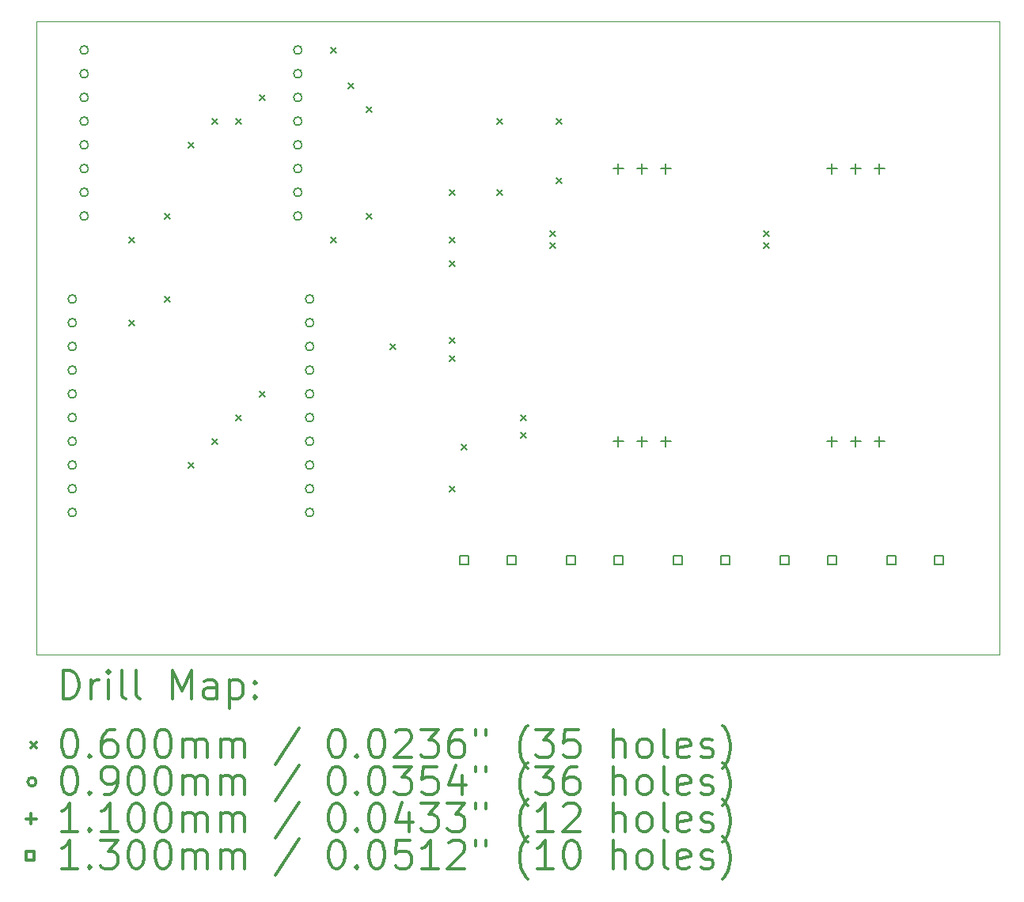
<source format=gbr>
%FSLAX45Y45*%
G04 Gerber Fmt 4.5, Leading zero omitted, Abs format (unit mm)*
G04 Created by KiCad (PCBNEW (5.1.10)-1) date 2021-10-04 13:51:50*
%MOMM*%
%LPD*%
G01*
G04 APERTURE LIST*
%TA.AperFunction,Profile*%
%ADD10C,0.100000*%
%TD*%
%ADD11C,0.200000*%
%ADD12C,0.300000*%
G04 APERTURE END LIST*
D10*
X16777000Y-13208000D02*
X16777000Y-6428000D01*
X16777000Y-6428000D02*
X6477000Y-6428000D01*
X6477000Y-13208000D02*
X16777000Y-13208000D01*
X6477000Y-6428000D02*
X6477000Y-13208000D01*
D11*
X7463000Y-8733000D02*
X7523000Y-8793000D01*
X7523000Y-8733000D02*
X7463000Y-8793000D01*
X7463000Y-9622000D02*
X7523000Y-9682000D01*
X7523000Y-9622000D02*
X7463000Y-9682000D01*
X7844000Y-8479000D02*
X7904000Y-8539000D01*
X7904000Y-8479000D02*
X7844000Y-8539000D01*
X7844000Y-9368000D02*
X7904000Y-9428000D01*
X7904000Y-9368000D02*
X7844000Y-9428000D01*
X8098000Y-7717000D02*
X8158000Y-7777000D01*
X8158000Y-7717000D02*
X8098000Y-7777000D01*
X8098000Y-11146000D02*
X8158000Y-11206000D01*
X8158000Y-11146000D02*
X8098000Y-11206000D01*
X8352000Y-7463000D02*
X8412000Y-7523000D01*
X8412000Y-7463000D02*
X8352000Y-7523000D01*
X8352000Y-10892000D02*
X8412000Y-10952000D01*
X8412000Y-10892000D02*
X8352000Y-10952000D01*
X8606000Y-7463000D02*
X8666000Y-7523000D01*
X8666000Y-7463000D02*
X8606000Y-7523000D01*
X8606000Y-10638000D02*
X8666000Y-10698000D01*
X8666000Y-10638000D02*
X8606000Y-10698000D01*
X8860000Y-7209000D02*
X8920000Y-7269000D01*
X8920000Y-7209000D02*
X8860000Y-7269000D01*
X8860000Y-10384000D02*
X8920000Y-10444000D01*
X8920000Y-10384000D02*
X8860000Y-10444000D01*
X9622000Y-6701000D02*
X9682000Y-6761000D01*
X9682000Y-6701000D02*
X9622000Y-6761000D01*
X9622000Y-8733000D02*
X9682000Y-8793000D01*
X9682000Y-8733000D02*
X9622000Y-8793000D01*
X9812500Y-7082000D02*
X9872500Y-7142000D01*
X9872500Y-7082000D02*
X9812500Y-7142000D01*
X10003000Y-7336000D02*
X10063000Y-7396000D01*
X10063000Y-7336000D02*
X10003000Y-7396000D01*
X10003000Y-8479000D02*
X10063000Y-8539000D01*
X10063000Y-8479000D02*
X10003000Y-8539000D01*
X10257000Y-9876000D02*
X10317000Y-9936000D01*
X10317000Y-9876000D02*
X10257000Y-9936000D01*
X10892000Y-8225000D02*
X10952000Y-8285000D01*
X10952000Y-8225000D02*
X10892000Y-8285000D01*
X10892000Y-8733000D02*
X10952000Y-8793000D01*
X10952000Y-8733000D02*
X10892000Y-8793000D01*
X10892000Y-8987000D02*
X10952000Y-9047000D01*
X10952000Y-8987000D02*
X10892000Y-9047000D01*
X10892000Y-9812500D02*
X10952000Y-9872500D01*
X10952000Y-9812500D02*
X10892000Y-9872500D01*
X10892000Y-10003000D02*
X10952000Y-10063000D01*
X10952000Y-10003000D02*
X10892000Y-10063000D01*
X10892000Y-11400000D02*
X10952000Y-11460000D01*
X10952000Y-11400000D02*
X10892000Y-11460000D01*
X11019000Y-10955500D02*
X11079000Y-11015500D01*
X11079000Y-10955500D02*
X11019000Y-11015500D01*
X11400000Y-7463000D02*
X11460000Y-7523000D01*
X11460000Y-7463000D02*
X11400000Y-7523000D01*
X11400000Y-8225000D02*
X11460000Y-8285000D01*
X11460000Y-8225000D02*
X11400000Y-8285000D01*
X11654000Y-10638000D02*
X11714000Y-10698000D01*
X11714000Y-10638000D02*
X11654000Y-10698000D01*
X11654000Y-10828500D02*
X11714000Y-10888500D01*
X11714000Y-10828500D02*
X11654000Y-10888500D01*
X11971500Y-8669500D02*
X12031500Y-8729500D01*
X12031500Y-8669500D02*
X11971500Y-8729500D01*
X11971500Y-8796500D02*
X12031500Y-8856500D01*
X12031500Y-8796500D02*
X11971500Y-8856500D01*
X12035000Y-7463000D02*
X12095000Y-7523000D01*
X12095000Y-7463000D02*
X12035000Y-7523000D01*
X12035000Y-8098000D02*
X12095000Y-8158000D01*
X12095000Y-8098000D02*
X12035000Y-8158000D01*
X14257500Y-8669500D02*
X14317500Y-8729500D01*
X14317500Y-8669500D02*
X14257500Y-8729500D01*
X14257500Y-8796500D02*
X14317500Y-8856500D01*
X14317500Y-8796500D02*
X14257500Y-8856500D01*
X6903000Y-9398000D02*
G75*
G03*
X6903000Y-9398000I-45000J0D01*
G01*
X6903000Y-9652000D02*
G75*
G03*
X6903000Y-9652000I-45000J0D01*
G01*
X6903000Y-9906000D02*
G75*
G03*
X6903000Y-9906000I-45000J0D01*
G01*
X6903000Y-10160000D02*
G75*
G03*
X6903000Y-10160000I-45000J0D01*
G01*
X6903000Y-10414000D02*
G75*
G03*
X6903000Y-10414000I-45000J0D01*
G01*
X6903000Y-10668000D02*
G75*
G03*
X6903000Y-10668000I-45000J0D01*
G01*
X6903000Y-10922000D02*
G75*
G03*
X6903000Y-10922000I-45000J0D01*
G01*
X6903000Y-11176000D02*
G75*
G03*
X6903000Y-11176000I-45000J0D01*
G01*
X6903000Y-11430000D02*
G75*
G03*
X6903000Y-11430000I-45000J0D01*
G01*
X6903000Y-11684000D02*
G75*
G03*
X6903000Y-11684000I-45000J0D01*
G01*
X7030000Y-6731000D02*
G75*
G03*
X7030000Y-6731000I-45000J0D01*
G01*
X7030000Y-6985000D02*
G75*
G03*
X7030000Y-6985000I-45000J0D01*
G01*
X7030000Y-7239000D02*
G75*
G03*
X7030000Y-7239000I-45000J0D01*
G01*
X7030000Y-7493000D02*
G75*
G03*
X7030000Y-7493000I-45000J0D01*
G01*
X7030000Y-7747000D02*
G75*
G03*
X7030000Y-7747000I-45000J0D01*
G01*
X7030000Y-8001000D02*
G75*
G03*
X7030000Y-8001000I-45000J0D01*
G01*
X7030000Y-8255000D02*
G75*
G03*
X7030000Y-8255000I-45000J0D01*
G01*
X7030000Y-8509000D02*
G75*
G03*
X7030000Y-8509000I-45000J0D01*
G01*
X9316000Y-6731000D02*
G75*
G03*
X9316000Y-6731000I-45000J0D01*
G01*
X9316000Y-6985000D02*
G75*
G03*
X9316000Y-6985000I-45000J0D01*
G01*
X9316000Y-7239000D02*
G75*
G03*
X9316000Y-7239000I-45000J0D01*
G01*
X9316000Y-7493000D02*
G75*
G03*
X9316000Y-7493000I-45000J0D01*
G01*
X9316000Y-7747000D02*
G75*
G03*
X9316000Y-7747000I-45000J0D01*
G01*
X9316000Y-8001000D02*
G75*
G03*
X9316000Y-8001000I-45000J0D01*
G01*
X9316000Y-8255000D02*
G75*
G03*
X9316000Y-8255000I-45000J0D01*
G01*
X9316000Y-8509000D02*
G75*
G03*
X9316000Y-8509000I-45000J0D01*
G01*
X9443000Y-9398000D02*
G75*
G03*
X9443000Y-9398000I-45000J0D01*
G01*
X9443000Y-9652000D02*
G75*
G03*
X9443000Y-9652000I-45000J0D01*
G01*
X9443000Y-9906000D02*
G75*
G03*
X9443000Y-9906000I-45000J0D01*
G01*
X9443000Y-10160000D02*
G75*
G03*
X9443000Y-10160000I-45000J0D01*
G01*
X9443000Y-10414000D02*
G75*
G03*
X9443000Y-10414000I-45000J0D01*
G01*
X9443000Y-10668000D02*
G75*
G03*
X9443000Y-10668000I-45000J0D01*
G01*
X9443000Y-10922000D02*
G75*
G03*
X9443000Y-10922000I-45000J0D01*
G01*
X9443000Y-11176000D02*
G75*
G03*
X9443000Y-11176000I-45000J0D01*
G01*
X9443000Y-11430000D02*
G75*
G03*
X9443000Y-11430000I-45000J0D01*
G01*
X9443000Y-11684000D02*
G75*
G03*
X9443000Y-11684000I-45000J0D01*
G01*
X12700000Y-7946000D02*
X12700000Y-8056000D01*
X12645000Y-8001000D02*
X12755000Y-8001000D01*
X12700000Y-10867000D02*
X12700000Y-10977000D01*
X12645000Y-10922000D02*
X12755000Y-10922000D01*
X12954000Y-7946000D02*
X12954000Y-8056000D01*
X12899000Y-8001000D02*
X13009000Y-8001000D01*
X12954000Y-10867000D02*
X12954000Y-10977000D01*
X12899000Y-10922000D02*
X13009000Y-10922000D01*
X13208000Y-7946000D02*
X13208000Y-8056000D01*
X13153000Y-8001000D02*
X13263000Y-8001000D01*
X13208000Y-10867000D02*
X13208000Y-10977000D01*
X13153000Y-10922000D02*
X13263000Y-10922000D01*
X14986000Y-7946000D02*
X14986000Y-8056000D01*
X14931000Y-8001000D02*
X15041000Y-8001000D01*
X14986000Y-10867000D02*
X14986000Y-10977000D01*
X14931000Y-10922000D02*
X15041000Y-10922000D01*
X15240000Y-7946000D02*
X15240000Y-8056000D01*
X15185000Y-8001000D02*
X15295000Y-8001000D01*
X15240000Y-10867000D02*
X15240000Y-10977000D01*
X15185000Y-10922000D02*
X15295000Y-10922000D01*
X15494000Y-7946000D02*
X15494000Y-8056000D01*
X15439000Y-8001000D02*
X15549000Y-8001000D01*
X15494000Y-10867000D02*
X15494000Y-10977000D01*
X15439000Y-10922000D02*
X15549000Y-10922000D01*
X11094962Y-12237962D02*
X11094962Y-12146038D01*
X11003038Y-12146038D01*
X11003038Y-12237962D01*
X11094962Y-12237962D01*
X11602962Y-12237962D02*
X11602962Y-12146038D01*
X11511038Y-12146038D01*
X11511038Y-12237962D01*
X11602962Y-12237962D01*
X12237962Y-12237962D02*
X12237962Y-12146038D01*
X12146038Y-12146038D01*
X12146038Y-12237962D01*
X12237962Y-12237962D01*
X12745962Y-12237962D02*
X12745962Y-12146038D01*
X12654038Y-12146038D01*
X12654038Y-12237962D01*
X12745962Y-12237962D01*
X13380962Y-12237962D02*
X13380962Y-12146038D01*
X13289038Y-12146038D01*
X13289038Y-12237962D01*
X13380962Y-12237962D01*
X13888962Y-12237962D02*
X13888962Y-12146038D01*
X13797038Y-12146038D01*
X13797038Y-12237962D01*
X13888962Y-12237962D01*
X14523962Y-12237962D02*
X14523962Y-12146038D01*
X14432038Y-12146038D01*
X14432038Y-12237962D01*
X14523962Y-12237962D01*
X15031962Y-12237962D02*
X15031962Y-12146038D01*
X14940038Y-12146038D01*
X14940038Y-12237962D01*
X15031962Y-12237962D01*
X15666962Y-12237962D02*
X15666962Y-12146038D01*
X15575038Y-12146038D01*
X15575038Y-12237962D01*
X15666962Y-12237962D01*
X16174962Y-12237962D02*
X16174962Y-12146038D01*
X16083038Y-12146038D01*
X16083038Y-12237962D01*
X16174962Y-12237962D01*
D12*
X6758428Y-13678714D02*
X6758428Y-13378714D01*
X6829857Y-13378714D01*
X6872714Y-13393000D01*
X6901286Y-13421571D01*
X6915571Y-13450143D01*
X6929857Y-13507286D01*
X6929857Y-13550143D01*
X6915571Y-13607286D01*
X6901286Y-13635857D01*
X6872714Y-13664429D01*
X6829857Y-13678714D01*
X6758428Y-13678714D01*
X7058428Y-13678714D02*
X7058428Y-13478714D01*
X7058428Y-13535857D02*
X7072714Y-13507286D01*
X7087000Y-13493000D01*
X7115571Y-13478714D01*
X7144143Y-13478714D01*
X7244143Y-13678714D02*
X7244143Y-13478714D01*
X7244143Y-13378714D02*
X7229857Y-13393000D01*
X7244143Y-13407286D01*
X7258428Y-13393000D01*
X7244143Y-13378714D01*
X7244143Y-13407286D01*
X7429857Y-13678714D02*
X7401286Y-13664429D01*
X7387000Y-13635857D01*
X7387000Y-13378714D01*
X7587000Y-13678714D02*
X7558428Y-13664429D01*
X7544143Y-13635857D01*
X7544143Y-13378714D01*
X7929857Y-13678714D02*
X7929857Y-13378714D01*
X8029857Y-13593000D01*
X8129857Y-13378714D01*
X8129857Y-13678714D01*
X8401286Y-13678714D02*
X8401286Y-13521571D01*
X8387000Y-13493000D01*
X8358428Y-13478714D01*
X8301286Y-13478714D01*
X8272714Y-13493000D01*
X8401286Y-13664429D02*
X8372714Y-13678714D01*
X8301286Y-13678714D01*
X8272714Y-13664429D01*
X8258428Y-13635857D01*
X8258428Y-13607286D01*
X8272714Y-13578714D01*
X8301286Y-13564429D01*
X8372714Y-13564429D01*
X8401286Y-13550143D01*
X8544143Y-13478714D02*
X8544143Y-13778714D01*
X8544143Y-13493000D02*
X8572714Y-13478714D01*
X8629857Y-13478714D01*
X8658428Y-13493000D01*
X8672714Y-13507286D01*
X8687000Y-13535857D01*
X8687000Y-13621571D01*
X8672714Y-13650143D01*
X8658428Y-13664429D01*
X8629857Y-13678714D01*
X8572714Y-13678714D01*
X8544143Y-13664429D01*
X8815571Y-13650143D02*
X8829857Y-13664429D01*
X8815571Y-13678714D01*
X8801286Y-13664429D01*
X8815571Y-13650143D01*
X8815571Y-13678714D01*
X8815571Y-13493000D02*
X8829857Y-13507286D01*
X8815571Y-13521571D01*
X8801286Y-13507286D01*
X8815571Y-13493000D01*
X8815571Y-13521571D01*
X6412000Y-14143000D02*
X6472000Y-14203000D01*
X6472000Y-14143000D02*
X6412000Y-14203000D01*
X6815571Y-14008714D02*
X6844143Y-14008714D01*
X6872714Y-14023000D01*
X6887000Y-14037286D01*
X6901286Y-14065857D01*
X6915571Y-14123000D01*
X6915571Y-14194429D01*
X6901286Y-14251571D01*
X6887000Y-14280143D01*
X6872714Y-14294429D01*
X6844143Y-14308714D01*
X6815571Y-14308714D01*
X6787000Y-14294429D01*
X6772714Y-14280143D01*
X6758428Y-14251571D01*
X6744143Y-14194429D01*
X6744143Y-14123000D01*
X6758428Y-14065857D01*
X6772714Y-14037286D01*
X6787000Y-14023000D01*
X6815571Y-14008714D01*
X7044143Y-14280143D02*
X7058428Y-14294429D01*
X7044143Y-14308714D01*
X7029857Y-14294429D01*
X7044143Y-14280143D01*
X7044143Y-14308714D01*
X7315571Y-14008714D02*
X7258428Y-14008714D01*
X7229857Y-14023000D01*
X7215571Y-14037286D01*
X7187000Y-14080143D01*
X7172714Y-14137286D01*
X7172714Y-14251571D01*
X7187000Y-14280143D01*
X7201286Y-14294429D01*
X7229857Y-14308714D01*
X7287000Y-14308714D01*
X7315571Y-14294429D01*
X7329857Y-14280143D01*
X7344143Y-14251571D01*
X7344143Y-14180143D01*
X7329857Y-14151571D01*
X7315571Y-14137286D01*
X7287000Y-14123000D01*
X7229857Y-14123000D01*
X7201286Y-14137286D01*
X7187000Y-14151571D01*
X7172714Y-14180143D01*
X7529857Y-14008714D02*
X7558428Y-14008714D01*
X7587000Y-14023000D01*
X7601286Y-14037286D01*
X7615571Y-14065857D01*
X7629857Y-14123000D01*
X7629857Y-14194429D01*
X7615571Y-14251571D01*
X7601286Y-14280143D01*
X7587000Y-14294429D01*
X7558428Y-14308714D01*
X7529857Y-14308714D01*
X7501286Y-14294429D01*
X7487000Y-14280143D01*
X7472714Y-14251571D01*
X7458428Y-14194429D01*
X7458428Y-14123000D01*
X7472714Y-14065857D01*
X7487000Y-14037286D01*
X7501286Y-14023000D01*
X7529857Y-14008714D01*
X7815571Y-14008714D02*
X7844143Y-14008714D01*
X7872714Y-14023000D01*
X7887000Y-14037286D01*
X7901286Y-14065857D01*
X7915571Y-14123000D01*
X7915571Y-14194429D01*
X7901286Y-14251571D01*
X7887000Y-14280143D01*
X7872714Y-14294429D01*
X7844143Y-14308714D01*
X7815571Y-14308714D01*
X7787000Y-14294429D01*
X7772714Y-14280143D01*
X7758428Y-14251571D01*
X7744143Y-14194429D01*
X7744143Y-14123000D01*
X7758428Y-14065857D01*
X7772714Y-14037286D01*
X7787000Y-14023000D01*
X7815571Y-14008714D01*
X8044143Y-14308714D02*
X8044143Y-14108714D01*
X8044143Y-14137286D02*
X8058428Y-14123000D01*
X8087000Y-14108714D01*
X8129857Y-14108714D01*
X8158428Y-14123000D01*
X8172714Y-14151571D01*
X8172714Y-14308714D01*
X8172714Y-14151571D02*
X8187000Y-14123000D01*
X8215571Y-14108714D01*
X8258428Y-14108714D01*
X8287000Y-14123000D01*
X8301286Y-14151571D01*
X8301286Y-14308714D01*
X8444143Y-14308714D02*
X8444143Y-14108714D01*
X8444143Y-14137286D02*
X8458428Y-14123000D01*
X8487000Y-14108714D01*
X8529857Y-14108714D01*
X8558428Y-14123000D01*
X8572714Y-14151571D01*
X8572714Y-14308714D01*
X8572714Y-14151571D02*
X8587000Y-14123000D01*
X8615571Y-14108714D01*
X8658428Y-14108714D01*
X8687000Y-14123000D01*
X8701286Y-14151571D01*
X8701286Y-14308714D01*
X9287000Y-13994429D02*
X9029857Y-14380143D01*
X9672714Y-14008714D02*
X9701286Y-14008714D01*
X9729857Y-14023000D01*
X9744143Y-14037286D01*
X9758428Y-14065857D01*
X9772714Y-14123000D01*
X9772714Y-14194429D01*
X9758428Y-14251571D01*
X9744143Y-14280143D01*
X9729857Y-14294429D01*
X9701286Y-14308714D01*
X9672714Y-14308714D01*
X9644143Y-14294429D01*
X9629857Y-14280143D01*
X9615571Y-14251571D01*
X9601286Y-14194429D01*
X9601286Y-14123000D01*
X9615571Y-14065857D01*
X9629857Y-14037286D01*
X9644143Y-14023000D01*
X9672714Y-14008714D01*
X9901286Y-14280143D02*
X9915571Y-14294429D01*
X9901286Y-14308714D01*
X9887000Y-14294429D01*
X9901286Y-14280143D01*
X9901286Y-14308714D01*
X10101286Y-14008714D02*
X10129857Y-14008714D01*
X10158428Y-14023000D01*
X10172714Y-14037286D01*
X10187000Y-14065857D01*
X10201286Y-14123000D01*
X10201286Y-14194429D01*
X10187000Y-14251571D01*
X10172714Y-14280143D01*
X10158428Y-14294429D01*
X10129857Y-14308714D01*
X10101286Y-14308714D01*
X10072714Y-14294429D01*
X10058428Y-14280143D01*
X10044143Y-14251571D01*
X10029857Y-14194429D01*
X10029857Y-14123000D01*
X10044143Y-14065857D01*
X10058428Y-14037286D01*
X10072714Y-14023000D01*
X10101286Y-14008714D01*
X10315571Y-14037286D02*
X10329857Y-14023000D01*
X10358428Y-14008714D01*
X10429857Y-14008714D01*
X10458428Y-14023000D01*
X10472714Y-14037286D01*
X10487000Y-14065857D01*
X10487000Y-14094429D01*
X10472714Y-14137286D01*
X10301286Y-14308714D01*
X10487000Y-14308714D01*
X10587000Y-14008714D02*
X10772714Y-14008714D01*
X10672714Y-14123000D01*
X10715571Y-14123000D01*
X10744143Y-14137286D01*
X10758428Y-14151571D01*
X10772714Y-14180143D01*
X10772714Y-14251571D01*
X10758428Y-14280143D01*
X10744143Y-14294429D01*
X10715571Y-14308714D01*
X10629857Y-14308714D01*
X10601286Y-14294429D01*
X10587000Y-14280143D01*
X11029857Y-14008714D02*
X10972714Y-14008714D01*
X10944143Y-14023000D01*
X10929857Y-14037286D01*
X10901286Y-14080143D01*
X10887000Y-14137286D01*
X10887000Y-14251571D01*
X10901286Y-14280143D01*
X10915571Y-14294429D01*
X10944143Y-14308714D01*
X11001286Y-14308714D01*
X11029857Y-14294429D01*
X11044143Y-14280143D01*
X11058428Y-14251571D01*
X11058428Y-14180143D01*
X11044143Y-14151571D01*
X11029857Y-14137286D01*
X11001286Y-14123000D01*
X10944143Y-14123000D01*
X10915571Y-14137286D01*
X10901286Y-14151571D01*
X10887000Y-14180143D01*
X11172714Y-14008714D02*
X11172714Y-14065857D01*
X11287000Y-14008714D02*
X11287000Y-14065857D01*
X11729857Y-14423000D02*
X11715571Y-14408714D01*
X11687000Y-14365857D01*
X11672714Y-14337286D01*
X11658428Y-14294429D01*
X11644143Y-14223000D01*
X11644143Y-14165857D01*
X11658428Y-14094429D01*
X11672714Y-14051571D01*
X11687000Y-14023000D01*
X11715571Y-13980143D01*
X11729857Y-13965857D01*
X11815571Y-14008714D02*
X12001286Y-14008714D01*
X11901286Y-14123000D01*
X11944143Y-14123000D01*
X11972714Y-14137286D01*
X11987000Y-14151571D01*
X12001286Y-14180143D01*
X12001286Y-14251571D01*
X11987000Y-14280143D01*
X11972714Y-14294429D01*
X11944143Y-14308714D01*
X11858428Y-14308714D01*
X11829857Y-14294429D01*
X11815571Y-14280143D01*
X12272714Y-14008714D02*
X12129857Y-14008714D01*
X12115571Y-14151571D01*
X12129857Y-14137286D01*
X12158428Y-14123000D01*
X12229857Y-14123000D01*
X12258428Y-14137286D01*
X12272714Y-14151571D01*
X12287000Y-14180143D01*
X12287000Y-14251571D01*
X12272714Y-14280143D01*
X12258428Y-14294429D01*
X12229857Y-14308714D01*
X12158428Y-14308714D01*
X12129857Y-14294429D01*
X12115571Y-14280143D01*
X12644143Y-14308714D02*
X12644143Y-14008714D01*
X12772714Y-14308714D02*
X12772714Y-14151571D01*
X12758428Y-14123000D01*
X12729857Y-14108714D01*
X12687000Y-14108714D01*
X12658428Y-14123000D01*
X12644143Y-14137286D01*
X12958428Y-14308714D02*
X12929857Y-14294429D01*
X12915571Y-14280143D01*
X12901286Y-14251571D01*
X12901286Y-14165857D01*
X12915571Y-14137286D01*
X12929857Y-14123000D01*
X12958428Y-14108714D01*
X13001286Y-14108714D01*
X13029857Y-14123000D01*
X13044143Y-14137286D01*
X13058428Y-14165857D01*
X13058428Y-14251571D01*
X13044143Y-14280143D01*
X13029857Y-14294429D01*
X13001286Y-14308714D01*
X12958428Y-14308714D01*
X13229857Y-14308714D02*
X13201286Y-14294429D01*
X13187000Y-14265857D01*
X13187000Y-14008714D01*
X13458428Y-14294429D02*
X13429857Y-14308714D01*
X13372714Y-14308714D01*
X13344143Y-14294429D01*
X13329857Y-14265857D01*
X13329857Y-14151571D01*
X13344143Y-14123000D01*
X13372714Y-14108714D01*
X13429857Y-14108714D01*
X13458428Y-14123000D01*
X13472714Y-14151571D01*
X13472714Y-14180143D01*
X13329857Y-14208714D01*
X13587000Y-14294429D02*
X13615571Y-14308714D01*
X13672714Y-14308714D01*
X13701286Y-14294429D01*
X13715571Y-14265857D01*
X13715571Y-14251571D01*
X13701286Y-14223000D01*
X13672714Y-14208714D01*
X13629857Y-14208714D01*
X13601286Y-14194429D01*
X13587000Y-14165857D01*
X13587000Y-14151571D01*
X13601286Y-14123000D01*
X13629857Y-14108714D01*
X13672714Y-14108714D01*
X13701286Y-14123000D01*
X13815571Y-14423000D02*
X13829857Y-14408714D01*
X13858428Y-14365857D01*
X13872714Y-14337286D01*
X13887000Y-14294429D01*
X13901286Y-14223000D01*
X13901286Y-14165857D01*
X13887000Y-14094429D01*
X13872714Y-14051571D01*
X13858428Y-14023000D01*
X13829857Y-13980143D01*
X13815571Y-13965857D01*
X6472000Y-14569000D02*
G75*
G03*
X6472000Y-14569000I-45000J0D01*
G01*
X6815571Y-14404714D02*
X6844143Y-14404714D01*
X6872714Y-14419000D01*
X6887000Y-14433286D01*
X6901286Y-14461857D01*
X6915571Y-14519000D01*
X6915571Y-14590429D01*
X6901286Y-14647571D01*
X6887000Y-14676143D01*
X6872714Y-14690429D01*
X6844143Y-14704714D01*
X6815571Y-14704714D01*
X6787000Y-14690429D01*
X6772714Y-14676143D01*
X6758428Y-14647571D01*
X6744143Y-14590429D01*
X6744143Y-14519000D01*
X6758428Y-14461857D01*
X6772714Y-14433286D01*
X6787000Y-14419000D01*
X6815571Y-14404714D01*
X7044143Y-14676143D02*
X7058428Y-14690429D01*
X7044143Y-14704714D01*
X7029857Y-14690429D01*
X7044143Y-14676143D01*
X7044143Y-14704714D01*
X7201286Y-14704714D02*
X7258428Y-14704714D01*
X7287000Y-14690429D01*
X7301286Y-14676143D01*
X7329857Y-14633286D01*
X7344143Y-14576143D01*
X7344143Y-14461857D01*
X7329857Y-14433286D01*
X7315571Y-14419000D01*
X7287000Y-14404714D01*
X7229857Y-14404714D01*
X7201286Y-14419000D01*
X7187000Y-14433286D01*
X7172714Y-14461857D01*
X7172714Y-14533286D01*
X7187000Y-14561857D01*
X7201286Y-14576143D01*
X7229857Y-14590429D01*
X7287000Y-14590429D01*
X7315571Y-14576143D01*
X7329857Y-14561857D01*
X7344143Y-14533286D01*
X7529857Y-14404714D02*
X7558428Y-14404714D01*
X7587000Y-14419000D01*
X7601286Y-14433286D01*
X7615571Y-14461857D01*
X7629857Y-14519000D01*
X7629857Y-14590429D01*
X7615571Y-14647571D01*
X7601286Y-14676143D01*
X7587000Y-14690429D01*
X7558428Y-14704714D01*
X7529857Y-14704714D01*
X7501286Y-14690429D01*
X7487000Y-14676143D01*
X7472714Y-14647571D01*
X7458428Y-14590429D01*
X7458428Y-14519000D01*
X7472714Y-14461857D01*
X7487000Y-14433286D01*
X7501286Y-14419000D01*
X7529857Y-14404714D01*
X7815571Y-14404714D02*
X7844143Y-14404714D01*
X7872714Y-14419000D01*
X7887000Y-14433286D01*
X7901286Y-14461857D01*
X7915571Y-14519000D01*
X7915571Y-14590429D01*
X7901286Y-14647571D01*
X7887000Y-14676143D01*
X7872714Y-14690429D01*
X7844143Y-14704714D01*
X7815571Y-14704714D01*
X7787000Y-14690429D01*
X7772714Y-14676143D01*
X7758428Y-14647571D01*
X7744143Y-14590429D01*
X7744143Y-14519000D01*
X7758428Y-14461857D01*
X7772714Y-14433286D01*
X7787000Y-14419000D01*
X7815571Y-14404714D01*
X8044143Y-14704714D02*
X8044143Y-14504714D01*
X8044143Y-14533286D02*
X8058428Y-14519000D01*
X8087000Y-14504714D01*
X8129857Y-14504714D01*
X8158428Y-14519000D01*
X8172714Y-14547571D01*
X8172714Y-14704714D01*
X8172714Y-14547571D02*
X8187000Y-14519000D01*
X8215571Y-14504714D01*
X8258428Y-14504714D01*
X8287000Y-14519000D01*
X8301286Y-14547571D01*
X8301286Y-14704714D01*
X8444143Y-14704714D02*
X8444143Y-14504714D01*
X8444143Y-14533286D02*
X8458428Y-14519000D01*
X8487000Y-14504714D01*
X8529857Y-14504714D01*
X8558428Y-14519000D01*
X8572714Y-14547571D01*
X8572714Y-14704714D01*
X8572714Y-14547571D02*
X8587000Y-14519000D01*
X8615571Y-14504714D01*
X8658428Y-14504714D01*
X8687000Y-14519000D01*
X8701286Y-14547571D01*
X8701286Y-14704714D01*
X9287000Y-14390429D02*
X9029857Y-14776143D01*
X9672714Y-14404714D02*
X9701286Y-14404714D01*
X9729857Y-14419000D01*
X9744143Y-14433286D01*
X9758428Y-14461857D01*
X9772714Y-14519000D01*
X9772714Y-14590429D01*
X9758428Y-14647571D01*
X9744143Y-14676143D01*
X9729857Y-14690429D01*
X9701286Y-14704714D01*
X9672714Y-14704714D01*
X9644143Y-14690429D01*
X9629857Y-14676143D01*
X9615571Y-14647571D01*
X9601286Y-14590429D01*
X9601286Y-14519000D01*
X9615571Y-14461857D01*
X9629857Y-14433286D01*
X9644143Y-14419000D01*
X9672714Y-14404714D01*
X9901286Y-14676143D02*
X9915571Y-14690429D01*
X9901286Y-14704714D01*
X9887000Y-14690429D01*
X9901286Y-14676143D01*
X9901286Y-14704714D01*
X10101286Y-14404714D02*
X10129857Y-14404714D01*
X10158428Y-14419000D01*
X10172714Y-14433286D01*
X10187000Y-14461857D01*
X10201286Y-14519000D01*
X10201286Y-14590429D01*
X10187000Y-14647571D01*
X10172714Y-14676143D01*
X10158428Y-14690429D01*
X10129857Y-14704714D01*
X10101286Y-14704714D01*
X10072714Y-14690429D01*
X10058428Y-14676143D01*
X10044143Y-14647571D01*
X10029857Y-14590429D01*
X10029857Y-14519000D01*
X10044143Y-14461857D01*
X10058428Y-14433286D01*
X10072714Y-14419000D01*
X10101286Y-14404714D01*
X10301286Y-14404714D02*
X10487000Y-14404714D01*
X10387000Y-14519000D01*
X10429857Y-14519000D01*
X10458428Y-14533286D01*
X10472714Y-14547571D01*
X10487000Y-14576143D01*
X10487000Y-14647571D01*
X10472714Y-14676143D01*
X10458428Y-14690429D01*
X10429857Y-14704714D01*
X10344143Y-14704714D01*
X10315571Y-14690429D01*
X10301286Y-14676143D01*
X10758428Y-14404714D02*
X10615571Y-14404714D01*
X10601286Y-14547571D01*
X10615571Y-14533286D01*
X10644143Y-14519000D01*
X10715571Y-14519000D01*
X10744143Y-14533286D01*
X10758428Y-14547571D01*
X10772714Y-14576143D01*
X10772714Y-14647571D01*
X10758428Y-14676143D01*
X10744143Y-14690429D01*
X10715571Y-14704714D01*
X10644143Y-14704714D01*
X10615571Y-14690429D01*
X10601286Y-14676143D01*
X11029857Y-14504714D02*
X11029857Y-14704714D01*
X10958428Y-14390429D02*
X10887000Y-14604714D01*
X11072714Y-14604714D01*
X11172714Y-14404714D02*
X11172714Y-14461857D01*
X11287000Y-14404714D02*
X11287000Y-14461857D01*
X11729857Y-14819000D02*
X11715571Y-14804714D01*
X11687000Y-14761857D01*
X11672714Y-14733286D01*
X11658428Y-14690429D01*
X11644143Y-14619000D01*
X11644143Y-14561857D01*
X11658428Y-14490429D01*
X11672714Y-14447571D01*
X11687000Y-14419000D01*
X11715571Y-14376143D01*
X11729857Y-14361857D01*
X11815571Y-14404714D02*
X12001286Y-14404714D01*
X11901286Y-14519000D01*
X11944143Y-14519000D01*
X11972714Y-14533286D01*
X11987000Y-14547571D01*
X12001286Y-14576143D01*
X12001286Y-14647571D01*
X11987000Y-14676143D01*
X11972714Y-14690429D01*
X11944143Y-14704714D01*
X11858428Y-14704714D01*
X11829857Y-14690429D01*
X11815571Y-14676143D01*
X12258428Y-14404714D02*
X12201286Y-14404714D01*
X12172714Y-14419000D01*
X12158428Y-14433286D01*
X12129857Y-14476143D01*
X12115571Y-14533286D01*
X12115571Y-14647571D01*
X12129857Y-14676143D01*
X12144143Y-14690429D01*
X12172714Y-14704714D01*
X12229857Y-14704714D01*
X12258428Y-14690429D01*
X12272714Y-14676143D01*
X12287000Y-14647571D01*
X12287000Y-14576143D01*
X12272714Y-14547571D01*
X12258428Y-14533286D01*
X12229857Y-14519000D01*
X12172714Y-14519000D01*
X12144143Y-14533286D01*
X12129857Y-14547571D01*
X12115571Y-14576143D01*
X12644143Y-14704714D02*
X12644143Y-14404714D01*
X12772714Y-14704714D02*
X12772714Y-14547571D01*
X12758428Y-14519000D01*
X12729857Y-14504714D01*
X12687000Y-14504714D01*
X12658428Y-14519000D01*
X12644143Y-14533286D01*
X12958428Y-14704714D02*
X12929857Y-14690429D01*
X12915571Y-14676143D01*
X12901286Y-14647571D01*
X12901286Y-14561857D01*
X12915571Y-14533286D01*
X12929857Y-14519000D01*
X12958428Y-14504714D01*
X13001286Y-14504714D01*
X13029857Y-14519000D01*
X13044143Y-14533286D01*
X13058428Y-14561857D01*
X13058428Y-14647571D01*
X13044143Y-14676143D01*
X13029857Y-14690429D01*
X13001286Y-14704714D01*
X12958428Y-14704714D01*
X13229857Y-14704714D02*
X13201286Y-14690429D01*
X13187000Y-14661857D01*
X13187000Y-14404714D01*
X13458428Y-14690429D02*
X13429857Y-14704714D01*
X13372714Y-14704714D01*
X13344143Y-14690429D01*
X13329857Y-14661857D01*
X13329857Y-14547571D01*
X13344143Y-14519000D01*
X13372714Y-14504714D01*
X13429857Y-14504714D01*
X13458428Y-14519000D01*
X13472714Y-14547571D01*
X13472714Y-14576143D01*
X13329857Y-14604714D01*
X13587000Y-14690429D02*
X13615571Y-14704714D01*
X13672714Y-14704714D01*
X13701286Y-14690429D01*
X13715571Y-14661857D01*
X13715571Y-14647571D01*
X13701286Y-14619000D01*
X13672714Y-14604714D01*
X13629857Y-14604714D01*
X13601286Y-14590429D01*
X13587000Y-14561857D01*
X13587000Y-14547571D01*
X13601286Y-14519000D01*
X13629857Y-14504714D01*
X13672714Y-14504714D01*
X13701286Y-14519000D01*
X13815571Y-14819000D02*
X13829857Y-14804714D01*
X13858428Y-14761857D01*
X13872714Y-14733286D01*
X13887000Y-14690429D01*
X13901286Y-14619000D01*
X13901286Y-14561857D01*
X13887000Y-14490429D01*
X13872714Y-14447571D01*
X13858428Y-14419000D01*
X13829857Y-14376143D01*
X13815571Y-14361857D01*
X6417000Y-14910000D02*
X6417000Y-15020000D01*
X6362000Y-14965000D02*
X6472000Y-14965000D01*
X6915571Y-15100714D02*
X6744143Y-15100714D01*
X6829857Y-15100714D02*
X6829857Y-14800714D01*
X6801286Y-14843571D01*
X6772714Y-14872143D01*
X6744143Y-14886429D01*
X7044143Y-15072143D02*
X7058428Y-15086429D01*
X7044143Y-15100714D01*
X7029857Y-15086429D01*
X7044143Y-15072143D01*
X7044143Y-15100714D01*
X7344143Y-15100714D02*
X7172714Y-15100714D01*
X7258428Y-15100714D02*
X7258428Y-14800714D01*
X7229857Y-14843571D01*
X7201286Y-14872143D01*
X7172714Y-14886429D01*
X7529857Y-14800714D02*
X7558428Y-14800714D01*
X7587000Y-14815000D01*
X7601286Y-14829286D01*
X7615571Y-14857857D01*
X7629857Y-14915000D01*
X7629857Y-14986429D01*
X7615571Y-15043571D01*
X7601286Y-15072143D01*
X7587000Y-15086429D01*
X7558428Y-15100714D01*
X7529857Y-15100714D01*
X7501286Y-15086429D01*
X7487000Y-15072143D01*
X7472714Y-15043571D01*
X7458428Y-14986429D01*
X7458428Y-14915000D01*
X7472714Y-14857857D01*
X7487000Y-14829286D01*
X7501286Y-14815000D01*
X7529857Y-14800714D01*
X7815571Y-14800714D02*
X7844143Y-14800714D01*
X7872714Y-14815000D01*
X7887000Y-14829286D01*
X7901286Y-14857857D01*
X7915571Y-14915000D01*
X7915571Y-14986429D01*
X7901286Y-15043571D01*
X7887000Y-15072143D01*
X7872714Y-15086429D01*
X7844143Y-15100714D01*
X7815571Y-15100714D01*
X7787000Y-15086429D01*
X7772714Y-15072143D01*
X7758428Y-15043571D01*
X7744143Y-14986429D01*
X7744143Y-14915000D01*
X7758428Y-14857857D01*
X7772714Y-14829286D01*
X7787000Y-14815000D01*
X7815571Y-14800714D01*
X8044143Y-15100714D02*
X8044143Y-14900714D01*
X8044143Y-14929286D02*
X8058428Y-14915000D01*
X8087000Y-14900714D01*
X8129857Y-14900714D01*
X8158428Y-14915000D01*
X8172714Y-14943571D01*
X8172714Y-15100714D01*
X8172714Y-14943571D02*
X8187000Y-14915000D01*
X8215571Y-14900714D01*
X8258428Y-14900714D01*
X8287000Y-14915000D01*
X8301286Y-14943571D01*
X8301286Y-15100714D01*
X8444143Y-15100714D02*
X8444143Y-14900714D01*
X8444143Y-14929286D02*
X8458428Y-14915000D01*
X8487000Y-14900714D01*
X8529857Y-14900714D01*
X8558428Y-14915000D01*
X8572714Y-14943571D01*
X8572714Y-15100714D01*
X8572714Y-14943571D02*
X8587000Y-14915000D01*
X8615571Y-14900714D01*
X8658428Y-14900714D01*
X8687000Y-14915000D01*
X8701286Y-14943571D01*
X8701286Y-15100714D01*
X9287000Y-14786429D02*
X9029857Y-15172143D01*
X9672714Y-14800714D02*
X9701286Y-14800714D01*
X9729857Y-14815000D01*
X9744143Y-14829286D01*
X9758428Y-14857857D01*
X9772714Y-14915000D01*
X9772714Y-14986429D01*
X9758428Y-15043571D01*
X9744143Y-15072143D01*
X9729857Y-15086429D01*
X9701286Y-15100714D01*
X9672714Y-15100714D01*
X9644143Y-15086429D01*
X9629857Y-15072143D01*
X9615571Y-15043571D01*
X9601286Y-14986429D01*
X9601286Y-14915000D01*
X9615571Y-14857857D01*
X9629857Y-14829286D01*
X9644143Y-14815000D01*
X9672714Y-14800714D01*
X9901286Y-15072143D02*
X9915571Y-15086429D01*
X9901286Y-15100714D01*
X9887000Y-15086429D01*
X9901286Y-15072143D01*
X9901286Y-15100714D01*
X10101286Y-14800714D02*
X10129857Y-14800714D01*
X10158428Y-14815000D01*
X10172714Y-14829286D01*
X10187000Y-14857857D01*
X10201286Y-14915000D01*
X10201286Y-14986429D01*
X10187000Y-15043571D01*
X10172714Y-15072143D01*
X10158428Y-15086429D01*
X10129857Y-15100714D01*
X10101286Y-15100714D01*
X10072714Y-15086429D01*
X10058428Y-15072143D01*
X10044143Y-15043571D01*
X10029857Y-14986429D01*
X10029857Y-14915000D01*
X10044143Y-14857857D01*
X10058428Y-14829286D01*
X10072714Y-14815000D01*
X10101286Y-14800714D01*
X10458428Y-14900714D02*
X10458428Y-15100714D01*
X10387000Y-14786429D02*
X10315571Y-15000714D01*
X10501286Y-15000714D01*
X10587000Y-14800714D02*
X10772714Y-14800714D01*
X10672714Y-14915000D01*
X10715571Y-14915000D01*
X10744143Y-14929286D01*
X10758428Y-14943571D01*
X10772714Y-14972143D01*
X10772714Y-15043571D01*
X10758428Y-15072143D01*
X10744143Y-15086429D01*
X10715571Y-15100714D01*
X10629857Y-15100714D01*
X10601286Y-15086429D01*
X10587000Y-15072143D01*
X10872714Y-14800714D02*
X11058428Y-14800714D01*
X10958428Y-14915000D01*
X11001286Y-14915000D01*
X11029857Y-14929286D01*
X11044143Y-14943571D01*
X11058428Y-14972143D01*
X11058428Y-15043571D01*
X11044143Y-15072143D01*
X11029857Y-15086429D01*
X11001286Y-15100714D01*
X10915571Y-15100714D01*
X10887000Y-15086429D01*
X10872714Y-15072143D01*
X11172714Y-14800714D02*
X11172714Y-14857857D01*
X11287000Y-14800714D02*
X11287000Y-14857857D01*
X11729857Y-15215000D02*
X11715571Y-15200714D01*
X11687000Y-15157857D01*
X11672714Y-15129286D01*
X11658428Y-15086429D01*
X11644143Y-15015000D01*
X11644143Y-14957857D01*
X11658428Y-14886429D01*
X11672714Y-14843571D01*
X11687000Y-14815000D01*
X11715571Y-14772143D01*
X11729857Y-14757857D01*
X12001286Y-15100714D02*
X11829857Y-15100714D01*
X11915571Y-15100714D02*
X11915571Y-14800714D01*
X11887000Y-14843571D01*
X11858428Y-14872143D01*
X11829857Y-14886429D01*
X12115571Y-14829286D02*
X12129857Y-14815000D01*
X12158428Y-14800714D01*
X12229857Y-14800714D01*
X12258428Y-14815000D01*
X12272714Y-14829286D01*
X12287000Y-14857857D01*
X12287000Y-14886429D01*
X12272714Y-14929286D01*
X12101286Y-15100714D01*
X12287000Y-15100714D01*
X12644143Y-15100714D02*
X12644143Y-14800714D01*
X12772714Y-15100714D02*
X12772714Y-14943571D01*
X12758428Y-14915000D01*
X12729857Y-14900714D01*
X12687000Y-14900714D01*
X12658428Y-14915000D01*
X12644143Y-14929286D01*
X12958428Y-15100714D02*
X12929857Y-15086429D01*
X12915571Y-15072143D01*
X12901286Y-15043571D01*
X12901286Y-14957857D01*
X12915571Y-14929286D01*
X12929857Y-14915000D01*
X12958428Y-14900714D01*
X13001286Y-14900714D01*
X13029857Y-14915000D01*
X13044143Y-14929286D01*
X13058428Y-14957857D01*
X13058428Y-15043571D01*
X13044143Y-15072143D01*
X13029857Y-15086429D01*
X13001286Y-15100714D01*
X12958428Y-15100714D01*
X13229857Y-15100714D02*
X13201286Y-15086429D01*
X13187000Y-15057857D01*
X13187000Y-14800714D01*
X13458428Y-15086429D02*
X13429857Y-15100714D01*
X13372714Y-15100714D01*
X13344143Y-15086429D01*
X13329857Y-15057857D01*
X13329857Y-14943571D01*
X13344143Y-14915000D01*
X13372714Y-14900714D01*
X13429857Y-14900714D01*
X13458428Y-14915000D01*
X13472714Y-14943571D01*
X13472714Y-14972143D01*
X13329857Y-15000714D01*
X13587000Y-15086429D02*
X13615571Y-15100714D01*
X13672714Y-15100714D01*
X13701286Y-15086429D01*
X13715571Y-15057857D01*
X13715571Y-15043571D01*
X13701286Y-15015000D01*
X13672714Y-15000714D01*
X13629857Y-15000714D01*
X13601286Y-14986429D01*
X13587000Y-14957857D01*
X13587000Y-14943571D01*
X13601286Y-14915000D01*
X13629857Y-14900714D01*
X13672714Y-14900714D01*
X13701286Y-14915000D01*
X13815571Y-15215000D02*
X13829857Y-15200714D01*
X13858428Y-15157857D01*
X13872714Y-15129286D01*
X13887000Y-15086429D01*
X13901286Y-15015000D01*
X13901286Y-14957857D01*
X13887000Y-14886429D01*
X13872714Y-14843571D01*
X13858428Y-14815000D01*
X13829857Y-14772143D01*
X13815571Y-14757857D01*
X6452962Y-15406962D02*
X6452962Y-15315038D01*
X6361037Y-15315038D01*
X6361037Y-15406962D01*
X6452962Y-15406962D01*
X6915571Y-15496714D02*
X6744143Y-15496714D01*
X6829857Y-15496714D02*
X6829857Y-15196714D01*
X6801286Y-15239571D01*
X6772714Y-15268143D01*
X6744143Y-15282429D01*
X7044143Y-15468143D02*
X7058428Y-15482429D01*
X7044143Y-15496714D01*
X7029857Y-15482429D01*
X7044143Y-15468143D01*
X7044143Y-15496714D01*
X7158428Y-15196714D02*
X7344143Y-15196714D01*
X7244143Y-15311000D01*
X7287000Y-15311000D01*
X7315571Y-15325286D01*
X7329857Y-15339571D01*
X7344143Y-15368143D01*
X7344143Y-15439571D01*
X7329857Y-15468143D01*
X7315571Y-15482429D01*
X7287000Y-15496714D01*
X7201286Y-15496714D01*
X7172714Y-15482429D01*
X7158428Y-15468143D01*
X7529857Y-15196714D02*
X7558428Y-15196714D01*
X7587000Y-15211000D01*
X7601286Y-15225286D01*
X7615571Y-15253857D01*
X7629857Y-15311000D01*
X7629857Y-15382429D01*
X7615571Y-15439571D01*
X7601286Y-15468143D01*
X7587000Y-15482429D01*
X7558428Y-15496714D01*
X7529857Y-15496714D01*
X7501286Y-15482429D01*
X7487000Y-15468143D01*
X7472714Y-15439571D01*
X7458428Y-15382429D01*
X7458428Y-15311000D01*
X7472714Y-15253857D01*
X7487000Y-15225286D01*
X7501286Y-15211000D01*
X7529857Y-15196714D01*
X7815571Y-15196714D02*
X7844143Y-15196714D01*
X7872714Y-15211000D01*
X7887000Y-15225286D01*
X7901286Y-15253857D01*
X7915571Y-15311000D01*
X7915571Y-15382429D01*
X7901286Y-15439571D01*
X7887000Y-15468143D01*
X7872714Y-15482429D01*
X7844143Y-15496714D01*
X7815571Y-15496714D01*
X7787000Y-15482429D01*
X7772714Y-15468143D01*
X7758428Y-15439571D01*
X7744143Y-15382429D01*
X7744143Y-15311000D01*
X7758428Y-15253857D01*
X7772714Y-15225286D01*
X7787000Y-15211000D01*
X7815571Y-15196714D01*
X8044143Y-15496714D02*
X8044143Y-15296714D01*
X8044143Y-15325286D02*
X8058428Y-15311000D01*
X8087000Y-15296714D01*
X8129857Y-15296714D01*
X8158428Y-15311000D01*
X8172714Y-15339571D01*
X8172714Y-15496714D01*
X8172714Y-15339571D02*
X8187000Y-15311000D01*
X8215571Y-15296714D01*
X8258428Y-15296714D01*
X8287000Y-15311000D01*
X8301286Y-15339571D01*
X8301286Y-15496714D01*
X8444143Y-15496714D02*
X8444143Y-15296714D01*
X8444143Y-15325286D02*
X8458428Y-15311000D01*
X8487000Y-15296714D01*
X8529857Y-15296714D01*
X8558428Y-15311000D01*
X8572714Y-15339571D01*
X8572714Y-15496714D01*
X8572714Y-15339571D02*
X8587000Y-15311000D01*
X8615571Y-15296714D01*
X8658428Y-15296714D01*
X8687000Y-15311000D01*
X8701286Y-15339571D01*
X8701286Y-15496714D01*
X9287000Y-15182429D02*
X9029857Y-15568143D01*
X9672714Y-15196714D02*
X9701286Y-15196714D01*
X9729857Y-15211000D01*
X9744143Y-15225286D01*
X9758428Y-15253857D01*
X9772714Y-15311000D01*
X9772714Y-15382429D01*
X9758428Y-15439571D01*
X9744143Y-15468143D01*
X9729857Y-15482429D01*
X9701286Y-15496714D01*
X9672714Y-15496714D01*
X9644143Y-15482429D01*
X9629857Y-15468143D01*
X9615571Y-15439571D01*
X9601286Y-15382429D01*
X9601286Y-15311000D01*
X9615571Y-15253857D01*
X9629857Y-15225286D01*
X9644143Y-15211000D01*
X9672714Y-15196714D01*
X9901286Y-15468143D02*
X9915571Y-15482429D01*
X9901286Y-15496714D01*
X9887000Y-15482429D01*
X9901286Y-15468143D01*
X9901286Y-15496714D01*
X10101286Y-15196714D02*
X10129857Y-15196714D01*
X10158428Y-15211000D01*
X10172714Y-15225286D01*
X10187000Y-15253857D01*
X10201286Y-15311000D01*
X10201286Y-15382429D01*
X10187000Y-15439571D01*
X10172714Y-15468143D01*
X10158428Y-15482429D01*
X10129857Y-15496714D01*
X10101286Y-15496714D01*
X10072714Y-15482429D01*
X10058428Y-15468143D01*
X10044143Y-15439571D01*
X10029857Y-15382429D01*
X10029857Y-15311000D01*
X10044143Y-15253857D01*
X10058428Y-15225286D01*
X10072714Y-15211000D01*
X10101286Y-15196714D01*
X10472714Y-15196714D02*
X10329857Y-15196714D01*
X10315571Y-15339571D01*
X10329857Y-15325286D01*
X10358428Y-15311000D01*
X10429857Y-15311000D01*
X10458428Y-15325286D01*
X10472714Y-15339571D01*
X10487000Y-15368143D01*
X10487000Y-15439571D01*
X10472714Y-15468143D01*
X10458428Y-15482429D01*
X10429857Y-15496714D01*
X10358428Y-15496714D01*
X10329857Y-15482429D01*
X10315571Y-15468143D01*
X10772714Y-15496714D02*
X10601286Y-15496714D01*
X10687000Y-15496714D02*
X10687000Y-15196714D01*
X10658428Y-15239571D01*
X10629857Y-15268143D01*
X10601286Y-15282429D01*
X10887000Y-15225286D02*
X10901286Y-15211000D01*
X10929857Y-15196714D01*
X11001286Y-15196714D01*
X11029857Y-15211000D01*
X11044143Y-15225286D01*
X11058428Y-15253857D01*
X11058428Y-15282429D01*
X11044143Y-15325286D01*
X10872714Y-15496714D01*
X11058428Y-15496714D01*
X11172714Y-15196714D02*
X11172714Y-15253857D01*
X11287000Y-15196714D02*
X11287000Y-15253857D01*
X11729857Y-15611000D02*
X11715571Y-15596714D01*
X11687000Y-15553857D01*
X11672714Y-15525286D01*
X11658428Y-15482429D01*
X11644143Y-15411000D01*
X11644143Y-15353857D01*
X11658428Y-15282429D01*
X11672714Y-15239571D01*
X11687000Y-15211000D01*
X11715571Y-15168143D01*
X11729857Y-15153857D01*
X12001286Y-15496714D02*
X11829857Y-15496714D01*
X11915571Y-15496714D02*
X11915571Y-15196714D01*
X11887000Y-15239571D01*
X11858428Y-15268143D01*
X11829857Y-15282429D01*
X12187000Y-15196714D02*
X12215571Y-15196714D01*
X12244143Y-15211000D01*
X12258428Y-15225286D01*
X12272714Y-15253857D01*
X12287000Y-15311000D01*
X12287000Y-15382429D01*
X12272714Y-15439571D01*
X12258428Y-15468143D01*
X12244143Y-15482429D01*
X12215571Y-15496714D01*
X12187000Y-15496714D01*
X12158428Y-15482429D01*
X12144143Y-15468143D01*
X12129857Y-15439571D01*
X12115571Y-15382429D01*
X12115571Y-15311000D01*
X12129857Y-15253857D01*
X12144143Y-15225286D01*
X12158428Y-15211000D01*
X12187000Y-15196714D01*
X12644143Y-15496714D02*
X12644143Y-15196714D01*
X12772714Y-15496714D02*
X12772714Y-15339571D01*
X12758428Y-15311000D01*
X12729857Y-15296714D01*
X12687000Y-15296714D01*
X12658428Y-15311000D01*
X12644143Y-15325286D01*
X12958428Y-15496714D02*
X12929857Y-15482429D01*
X12915571Y-15468143D01*
X12901286Y-15439571D01*
X12901286Y-15353857D01*
X12915571Y-15325286D01*
X12929857Y-15311000D01*
X12958428Y-15296714D01*
X13001286Y-15296714D01*
X13029857Y-15311000D01*
X13044143Y-15325286D01*
X13058428Y-15353857D01*
X13058428Y-15439571D01*
X13044143Y-15468143D01*
X13029857Y-15482429D01*
X13001286Y-15496714D01*
X12958428Y-15496714D01*
X13229857Y-15496714D02*
X13201286Y-15482429D01*
X13187000Y-15453857D01*
X13187000Y-15196714D01*
X13458428Y-15482429D02*
X13429857Y-15496714D01*
X13372714Y-15496714D01*
X13344143Y-15482429D01*
X13329857Y-15453857D01*
X13329857Y-15339571D01*
X13344143Y-15311000D01*
X13372714Y-15296714D01*
X13429857Y-15296714D01*
X13458428Y-15311000D01*
X13472714Y-15339571D01*
X13472714Y-15368143D01*
X13329857Y-15396714D01*
X13587000Y-15482429D02*
X13615571Y-15496714D01*
X13672714Y-15496714D01*
X13701286Y-15482429D01*
X13715571Y-15453857D01*
X13715571Y-15439571D01*
X13701286Y-15411000D01*
X13672714Y-15396714D01*
X13629857Y-15396714D01*
X13601286Y-15382429D01*
X13587000Y-15353857D01*
X13587000Y-15339571D01*
X13601286Y-15311000D01*
X13629857Y-15296714D01*
X13672714Y-15296714D01*
X13701286Y-15311000D01*
X13815571Y-15611000D02*
X13829857Y-15596714D01*
X13858428Y-15553857D01*
X13872714Y-15525286D01*
X13887000Y-15482429D01*
X13901286Y-15411000D01*
X13901286Y-15353857D01*
X13887000Y-15282429D01*
X13872714Y-15239571D01*
X13858428Y-15211000D01*
X13829857Y-15168143D01*
X13815571Y-15153857D01*
M02*

</source>
